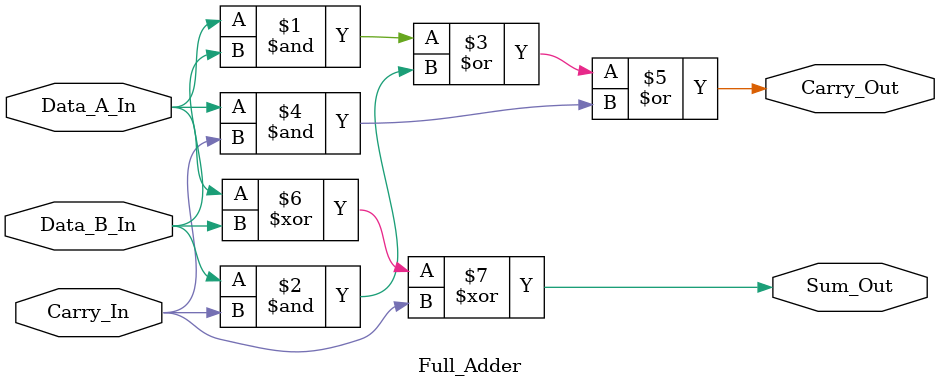
<source format=v>
/*
--------------------------------------------------
Module :
--------------------------------------------------
Full_Adder


--------------------------------------------------
Description :
--------------------------------------------------
A Full Adder implementation.

Inputs are three 1-bit data.
Outputs consists of the Carry and Sum values.


--------------------------------------------------
Author : Prasad Narayan Ghatol
--------------------------------------------------
*/
module Full_Adder (
    input   Data_A_In,
    input   Data_B_In,
    input   Carry_In,

    output  Carry_Out,
    output  Sum_Out
);



// --------------------------------------------------
// Full_Adder Logic
// --------------------------------------------------
assign Carry_Out = (Data_A_In & Data_B_In) | (Data_B_In & Carry_In) | (Data_A_In & Carry_In);

assign Sum_Out   = Data_A_In ^ Data_B_In ^ Carry_In;



endmodule

</source>
